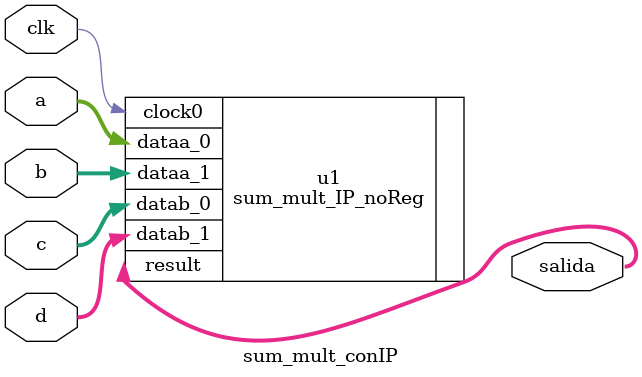
<source format=v>
module sum_mult_conIP (
    input [3:0] a,b,c,d,
    input clk,
    output [7:0] salida
);
    sum_mult_IP_noReg u1(
        .dataa_0(a),
        .dataa_1(b),
        .datab_0(c),
        .datab_1(d),
        .clock0(clk),
        .result(salida)
    );
    
endmodule
</source>
